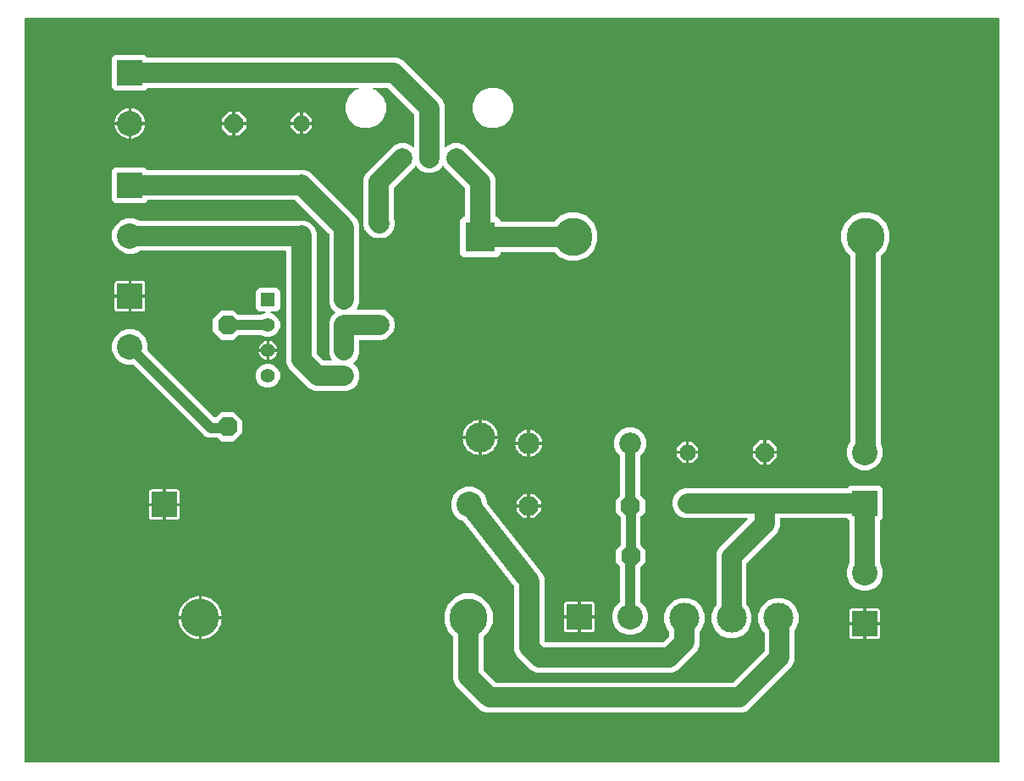
<source format=gbr>
G04 EAGLE Gerber RS-274X export*
G75*
%MOMM*%
%FSLAX34Y34*%
%LPD*%
%INTop Copper*%
%IPPOS*%
%AMOC8*
5,1,8,0,0,1.08239X$1,22.5*%
G01*
%ADD10P,1.732040X8X112.500000*%
%ADD11P,1.732040X8X292.500000*%
%ADD12C,1.905000*%
%ADD13P,2.061953X8X292.500000*%
%ADD14P,2.061953X8X112.500000*%
%ADD15R,3.000000X3.000000*%
%ADD16C,3.000000*%
%ADD17C,2.184400*%
%ADD18R,2.540000X2.540000*%
%ADD19C,2.540000*%
%ADD20C,3.810000*%
%ADD21P,2.089446X8X112.500000*%
%ADD22P,2.089446X8X202.500000*%
%ADD23P,2.089446X8X22.500000*%
%ADD24R,1.388000X1.388000*%
%ADD25C,1.388000*%
%ADD26C,2.000000*%
%ADD27C,1.000000*%
%ADD28C,2.000000*%

G36*
X1209098Y45164D02*
X1209098Y45164D01*
X1209117Y45162D01*
X1209219Y45184D01*
X1209321Y45200D01*
X1209338Y45210D01*
X1209358Y45214D01*
X1209447Y45267D01*
X1209538Y45316D01*
X1209552Y45330D01*
X1209569Y45340D01*
X1209636Y45419D01*
X1209708Y45494D01*
X1209716Y45512D01*
X1209729Y45527D01*
X1209768Y45623D01*
X1209811Y45717D01*
X1209813Y45737D01*
X1209821Y45755D01*
X1209839Y45922D01*
X1209839Y789078D01*
X1209836Y789098D01*
X1209838Y789117D01*
X1209816Y789219D01*
X1209800Y789321D01*
X1209790Y789338D01*
X1209786Y789358D01*
X1209733Y789447D01*
X1209684Y789538D01*
X1209670Y789552D01*
X1209660Y789569D01*
X1209581Y789636D01*
X1209506Y789708D01*
X1209488Y789716D01*
X1209473Y789729D01*
X1209377Y789768D01*
X1209283Y789811D01*
X1209263Y789813D01*
X1209245Y789821D01*
X1209078Y789839D01*
X235922Y789839D01*
X235902Y789836D01*
X235883Y789838D01*
X235781Y789816D01*
X235679Y789800D01*
X235662Y789790D01*
X235642Y789786D01*
X235553Y789733D01*
X235462Y789684D01*
X235448Y789670D01*
X235431Y789660D01*
X235364Y789581D01*
X235292Y789506D01*
X235284Y789488D01*
X235271Y789473D01*
X235232Y789377D01*
X235189Y789283D01*
X235187Y789263D01*
X235179Y789245D01*
X235161Y789078D01*
X235161Y45922D01*
X235164Y45902D01*
X235162Y45883D01*
X235184Y45781D01*
X235200Y45679D01*
X235210Y45662D01*
X235214Y45642D01*
X235267Y45553D01*
X235316Y45462D01*
X235330Y45448D01*
X235340Y45431D01*
X235419Y45364D01*
X235494Y45292D01*
X235512Y45284D01*
X235527Y45271D01*
X235623Y45232D01*
X235717Y45189D01*
X235737Y45187D01*
X235755Y45179D01*
X235922Y45161D01*
X1209078Y45161D01*
X1209098Y45164D01*
G37*
%LPC*%
G36*
X525100Y416819D02*
X525100Y416819D01*
X519557Y419115D01*
X499215Y439457D01*
X496919Y445000D01*
X496919Y556258D01*
X496916Y556278D01*
X496918Y556297D01*
X496896Y556399D01*
X496880Y556501D01*
X496870Y556518D01*
X496866Y556538D01*
X496813Y556627D01*
X496764Y556718D01*
X496750Y556732D01*
X496740Y556749D01*
X496661Y556816D01*
X496586Y556888D01*
X496568Y556896D01*
X496553Y556909D01*
X496457Y556948D01*
X496363Y556991D01*
X496343Y556993D01*
X496325Y557001D01*
X496158Y557019D01*
X350907Y557019D01*
X350842Y557009D01*
X350776Y557008D01*
X350696Y556985D01*
X350664Y556980D01*
X350647Y556970D01*
X350615Y556961D01*
X344237Y554319D01*
X337163Y554319D01*
X330628Y557026D01*
X325626Y562028D01*
X322919Y568563D01*
X322919Y575637D01*
X325626Y582172D01*
X330628Y587174D01*
X337163Y589881D01*
X344237Y589881D01*
X350615Y587239D01*
X350679Y587224D01*
X350740Y587199D01*
X350823Y587190D01*
X350855Y587183D01*
X350874Y587184D01*
X350907Y587181D01*
X508366Y587181D01*
X508431Y587191D01*
X508496Y587192D01*
X508576Y587215D01*
X508609Y587220D01*
X508626Y587230D01*
X508657Y587239D01*
X509000Y587381D01*
X515000Y587381D01*
X520543Y585085D01*
X524785Y580843D01*
X527081Y575300D01*
X527081Y454562D01*
X527095Y454472D01*
X527103Y454381D01*
X527115Y454351D01*
X527120Y454319D01*
X527163Y454239D01*
X527199Y454155D01*
X527225Y454123D01*
X527236Y454102D01*
X527259Y454080D01*
X527304Y454024D01*
X534124Y447204D01*
X534198Y447151D01*
X534267Y447091D01*
X534297Y447079D01*
X534323Y447060D01*
X534410Y447033D01*
X534495Y446999D01*
X534536Y446995D01*
X534559Y446988D01*
X534591Y446989D01*
X534662Y446981D01*
X542054Y446981D01*
X542125Y446992D01*
X542197Y446994D01*
X542245Y447012D01*
X542297Y447020D01*
X542360Y447054D01*
X542428Y447079D01*
X542468Y447111D01*
X542514Y447136D01*
X542564Y447188D01*
X542620Y447232D01*
X542648Y447276D01*
X542684Y447314D01*
X542714Y447379D01*
X542753Y447439D01*
X542765Y447490D01*
X542787Y447537D01*
X542795Y447608D01*
X542813Y447678D01*
X542809Y447730D01*
X542814Y447781D01*
X542799Y447852D01*
X542793Y447923D01*
X542773Y447971D01*
X542762Y448022D01*
X542725Y448083D01*
X542697Y448149D01*
X542652Y448205D01*
X542636Y448233D01*
X542618Y448248D01*
X542592Y448280D01*
X542115Y448757D01*
X539819Y454300D01*
X539819Y485700D01*
X542115Y491243D01*
X545734Y494862D01*
X545746Y494878D01*
X545762Y494890D01*
X545818Y494978D01*
X545878Y495061D01*
X545884Y495080D01*
X545895Y495097D01*
X545920Y495198D01*
X545950Y495297D01*
X545950Y495316D01*
X545955Y495336D01*
X545947Y495439D01*
X545944Y495542D01*
X545937Y495561D01*
X545935Y495581D01*
X545895Y495676D01*
X545859Y495773D01*
X545847Y495789D01*
X545839Y495807D01*
X545734Y495938D01*
X542115Y499557D01*
X539819Y505100D01*
X539819Y573638D01*
X539805Y573728D01*
X539797Y573819D01*
X539785Y573849D01*
X539780Y573881D01*
X539737Y573961D01*
X539701Y574045D01*
X539675Y574077D01*
X539664Y574098D01*
X539641Y574120D01*
X539596Y574176D01*
X506176Y607596D01*
X506102Y607649D01*
X506033Y607709D01*
X506003Y607721D01*
X505977Y607740D01*
X505890Y607767D01*
X505805Y607801D01*
X505764Y607805D01*
X505741Y607812D01*
X505709Y607811D01*
X505638Y607819D01*
X358520Y607819D01*
X358430Y607805D01*
X358339Y607797D01*
X358309Y607785D01*
X358277Y607780D01*
X358196Y607737D01*
X358113Y607701D01*
X358080Y607675D01*
X358060Y607664D01*
X358038Y607641D01*
X357982Y607596D01*
X355505Y605119D01*
X325895Y605119D01*
X322919Y608095D01*
X322919Y637705D01*
X325895Y640681D01*
X355505Y640681D01*
X357982Y638204D01*
X358055Y638151D01*
X358125Y638091D01*
X358155Y638079D01*
X358181Y638060D01*
X358268Y638033D01*
X358353Y637999D01*
X358394Y637995D01*
X358416Y637988D01*
X358449Y637989D01*
X358520Y637981D01*
X508366Y637981D01*
X508431Y637991D01*
X508496Y637992D01*
X508576Y638015D01*
X508609Y638020D01*
X508626Y638030D01*
X508657Y638039D01*
X509000Y638181D01*
X515000Y638181D01*
X520543Y635885D01*
X567685Y588743D01*
X569981Y583200D01*
X569981Y505100D01*
X567685Y499557D01*
X567208Y499080D01*
X567166Y499022D01*
X567116Y498970D01*
X567094Y498923D01*
X567064Y498881D01*
X567043Y498812D01*
X567013Y498747D01*
X567007Y498695D01*
X566992Y498645D01*
X566994Y498574D01*
X566986Y498503D01*
X566997Y498452D01*
X566998Y498400D01*
X567023Y498332D01*
X567038Y498262D01*
X567065Y498217D01*
X567083Y498169D01*
X567127Y498113D01*
X567164Y498051D01*
X567204Y498017D01*
X567236Y497977D01*
X567297Y497938D01*
X567351Y497891D01*
X567399Y497872D01*
X567443Y497844D01*
X567513Y497826D01*
X567579Y497799D01*
X567651Y497791D01*
X567682Y497783D01*
X567705Y497785D01*
X567746Y497781D01*
X583430Y497781D01*
X583520Y497795D01*
X583611Y497803D01*
X583641Y497815D01*
X583673Y497820D01*
X583754Y497863D01*
X583838Y497899D01*
X583870Y497925D01*
X583885Y497933D01*
X586009Y497933D01*
X586073Y497943D01*
X586139Y497944D01*
X586219Y497967D01*
X586251Y497972D01*
X586269Y497982D01*
X586300Y497991D01*
X587000Y498281D01*
X593000Y498281D01*
X593700Y497991D01*
X593764Y497976D01*
X593825Y497951D01*
X593907Y497942D01*
X593939Y497935D01*
X593959Y497936D01*
X593991Y497933D01*
X596102Y497933D01*
X597595Y496440D01*
X597649Y496402D01*
X597695Y496356D01*
X597768Y496316D01*
X597795Y496296D01*
X597814Y496291D01*
X597842Y496275D01*
X598543Y495985D01*
X602785Y491743D01*
X603075Y491042D01*
X603109Y490987D01*
X603135Y490926D01*
X603187Y490861D01*
X603204Y490833D01*
X603220Y490821D01*
X603240Y490795D01*
X604733Y489302D01*
X604733Y487191D01*
X604743Y487127D01*
X604744Y487061D01*
X604767Y486981D01*
X604772Y486949D01*
X604782Y486931D01*
X604791Y486900D01*
X605081Y486200D01*
X605081Y480200D01*
X604791Y479500D01*
X604776Y479436D01*
X604751Y479375D01*
X604742Y479293D01*
X604735Y479261D01*
X604736Y479241D01*
X604733Y479209D01*
X604733Y477098D01*
X603240Y475605D01*
X603202Y475551D01*
X603156Y475505D01*
X603116Y475432D01*
X603096Y475405D01*
X603091Y475386D01*
X603075Y475358D01*
X602785Y474657D01*
X598043Y469915D01*
X597342Y469625D01*
X597287Y469591D01*
X597226Y469565D01*
X597161Y469513D01*
X597133Y469496D01*
X597121Y469480D01*
X597095Y469460D01*
X596102Y468467D01*
X594698Y468467D01*
X594634Y468457D01*
X594568Y468456D01*
X594488Y468433D01*
X594456Y468428D01*
X594439Y468418D01*
X594407Y468409D01*
X592500Y467619D01*
X570742Y467619D01*
X570722Y467616D01*
X570703Y467618D01*
X570601Y467596D01*
X570499Y467580D01*
X570482Y467570D01*
X570462Y467566D01*
X570373Y467513D01*
X570282Y467464D01*
X570268Y467450D01*
X570251Y467440D01*
X570184Y467361D01*
X570112Y467286D01*
X570104Y467268D01*
X570091Y467253D01*
X570052Y467157D01*
X570009Y467063D01*
X570007Y467043D01*
X569999Y467025D01*
X569981Y466858D01*
X569981Y454300D01*
X567685Y448757D01*
X564066Y445138D01*
X564054Y445122D01*
X564038Y445110D01*
X563982Y445022D01*
X563922Y444939D01*
X563916Y444920D01*
X563905Y444903D01*
X563880Y444802D01*
X563850Y444703D01*
X563850Y444684D01*
X563845Y444664D01*
X563853Y444561D01*
X563856Y444458D01*
X563863Y444439D01*
X563865Y444419D01*
X563905Y444324D01*
X563941Y444227D01*
X563953Y444211D01*
X563961Y444193D01*
X564066Y444062D01*
X567685Y440443D01*
X569981Y434900D01*
X569981Y428900D01*
X567685Y423357D01*
X563443Y419115D01*
X557900Y416819D01*
X525100Y416819D01*
G37*
%LPD*%
%LPC*%
G36*
X778950Y547169D02*
X778950Y547169D01*
X770081Y550843D01*
X765228Y555696D01*
X765154Y555749D01*
X765084Y555809D01*
X765054Y555821D01*
X765028Y555840D01*
X764941Y555867D01*
X764856Y555901D01*
X764815Y555905D01*
X764793Y555912D01*
X764761Y555911D01*
X764689Y555919D01*
X711742Y555919D01*
X711722Y555916D01*
X711703Y555918D01*
X711601Y555896D01*
X711499Y555880D01*
X711482Y555870D01*
X711462Y555866D01*
X711373Y555813D01*
X711282Y555764D01*
X711268Y555750D01*
X711251Y555740D01*
X711184Y555661D01*
X711112Y555586D01*
X711104Y555568D01*
X711091Y555553D01*
X711052Y555457D01*
X711009Y555363D01*
X711007Y555343D01*
X710999Y555325D01*
X710981Y555158D01*
X710981Y553895D01*
X708005Y550919D01*
X673795Y550919D01*
X670819Y553895D01*
X670819Y588105D01*
X673795Y591081D01*
X674958Y591081D01*
X674978Y591084D01*
X674997Y591082D01*
X675099Y591104D01*
X675201Y591120D01*
X675218Y591130D01*
X675238Y591134D01*
X675327Y591187D01*
X675418Y591236D01*
X675432Y591250D01*
X675449Y591260D01*
X675516Y591339D01*
X675588Y591414D01*
X675596Y591432D01*
X675609Y591447D01*
X675648Y591543D01*
X675691Y591637D01*
X675693Y591657D01*
X675701Y591675D01*
X675719Y591842D01*
X675719Y619638D01*
X675705Y619728D01*
X675697Y619819D01*
X675685Y619849D01*
X675680Y619881D01*
X675637Y619961D01*
X675601Y620045D01*
X675575Y620077D01*
X675564Y620098D01*
X675541Y620120D01*
X675496Y620176D01*
X654215Y641457D01*
X654203Y641486D01*
X654165Y641547D01*
X654136Y641613D01*
X654101Y641651D01*
X654074Y641695D01*
X654018Y641741D01*
X653970Y641794D01*
X653924Y641819D01*
X653884Y641852D01*
X653817Y641878D01*
X653754Y641912D01*
X653703Y641922D01*
X653655Y641940D01*
X653583Y641943D01*
X653512Y641956D01*
X653461Y641948D01*
X653409Y641951D01*
X653340Y641931D01*
X653269Y641920D01*
X653223Y641897D01*
X653173Y641882D01*
X653114Y641841D01*
X653050Y641809D01*
X653013Y641771D01*
X652971Y641742D01*
X652928Y641684D01*
X652877Y641633D01*
X652843Y641570D01*
X652824Y641544D01*
X652817Y641522D01*
X652797Y641486D01*
X652785Y641457D01*
X648543Y637215D01*
X643000Y634919D01*
X637000Y634919D01*
X631457Y637215D01*
X627215Y641457D01*
X627203Y641486D01*
X627165Y641547D01*
X627136Y641613D01*
X627101Y641651D01*
X627074Y641695D01*
X627018Y641741D01*
X626970Y641794D01*
X626924Y641819D01*
X626884Y641852D01*
X626817Y641878D01*
X626754Y641912D01*
X626703Y641922D01*
X626655Y641940D01*
X626583Y641943D01*
X626512Y641956D01*
X626461Y641948D01*
X626409Y641951D01*
X626340Y641931D01*
X626269Y641920D01*
X626223Y641897D01*
X626173Y641882D01*
X626114Y641841D01*
X626050Y641809D01*
X626013Y641771D01*
X625971Y641742D01*
X625928Y641684D01*
X625877Y641633D01*
X625843Y641570D01*
X625824Y641544D01*
X625817Y641522D01*
X625797Y641486D01*
X625785Y641457D01*
X621436Y637108D01*
X621435Y637108D01*
X604504Y620176D01*
X604451Y620102D01*
X604391Y620033D01*
X604379Y620003D01*
X604360Y619977D01*
X604333Y619890D01*
X604299Y619805D01*
X604295Y619764D01*
X604288Y619741D01*
X604289Y619709D01*
X604281Y619638D01*
X604281Y591670D01*
X604295Y591580D01*
X604303Y591489D01*
X604315Y591459D01*
X604320Y591427D01*
X604363Y591346D01*
X604399Y591262D01*
X604425Y591230D01*
X604436Y591210D01*
X604459Y591187D01*
X604504Y591132D01*
X604733Y590902D01*
X604733Y588791D01*
X604743Y588727D01*
X604744Y588661D01*
X604767Y588581D01*
X604772Y588549D01*
X604782Y588531D01*
X604791Y588500D01*
X605081Y587800D01*
X605081Y581800D01*
X604791Y581100D01*
X604776Y581036D01*
X604751Y580975D01*
X604742Y580893D01*
X604735Y580861D01*
X604736Y580841D01*
X604733Y580809D01*
X604733Y578698D01*
X603240Y577205D01*
X603202Y577151D01*
X603156Y577105D01*
X603116Y577032D01*
X603096Y577005D01*
X603091Y576986D01*
X603075Y576958D01*
X602785Y576257D01*
X598543Y572015D01*
X597842Y571725D01*
X597787Y571691D01*
X597726Y571665D01*
X597661Y571613D01*
X597633Y571596D01*
X597621Y571580D01*
X597595Y571560D01*
X596102Y570067D01*
X593991Y570067D01*
X593927Y570057D01*
X593861Y570056D01*
X593781Y570033D01*
X593749Y570028D01*
X593731Y570018D01*
X593700Y570009D01*
X593000Y569719D01*
X587000Y569719D01*
X586300Y570009D01*
X586236Y570024D01*
X586175Y570049D01*
X586093Y570058D01*
X586061Y570065D01*
X586041Y570064D01*
X586009Y570067D01*
X583898Y570067D01*
X582405Y571560D01*
X582351Y571598D01*
X582305Y571644D01*
X582232Y571684D01*
X582205Y571704D01*
X582186Y571709D01*
X582158Y571725D01*
X581457Y572015D01*
X576415Y577057D01*
X576125Y577758D01*
X576091Y577813D01*
X576065Y577874D01*
X576013Y577939D01*
X575996Y577967D01*
X575980Y577979D01*
X575960Y578005D01*
X575267Y578698D01*
X575267Y579677D01*
X575257Y579742D01*
X575256Y579808D01*
X575233Y579888D01*
X575228Y579920D01*
X575218Y579937D01*
X575209Y579969D01*
X574119Y582600D01*
X574119Y629200D01*
X576415Y634743D01*
X600108Y658435D01*
X600108Y658436D01*
X604457Y662785D01*
X610000Y665081D01*
X616000Y665081D01*
X621543Y662785D01*
X623620Y660708D01*
X623678Y660666D01*
X623730Y660616D01*
X623777Y660594D01*
X623819Y660564D01*
X623888Y660543D01*
X623953Y660513D01*
X624005Y660507D01*
X624055Y660492D01*
X624126Y660494D01*
X624197Y660486D01*
X624248Y660497D01*
X624300Y660498D01*
X624368Y660523D01*
X624438Y660538D01*
X624483Y660565D01*
X624531Y660583D01*
X624587Y660627D01*
X624649Y660664D01*
X624683Y660704D01*
X624723Y660736D01*
X624762Y660797D01*
X624809Y660851D01*
X624828Y660899D01*
X624856Y660943D01*
X624874Y661013D01*
X624901Y661079D01*
X624909Y661151D01*
X624917Y661182D01*
X624915Y661205D01*
X624919Y661246D01*
X624919Y693438D01*
X624905Y693528D01*
X624897Y693619D01*
X624885Y693649D01*
X624880Y693681D01*
X624837Y693761D01*
X624801Y693845D01*
X624775Y693877D01*
X624764Y693898D01*
X624741Y693920D01*
X624696Y693976D01*
X598576Y720096D01*
X598502Y720149D01*
X598433Y720209D01*
X598403Y720221D01*
X598377Y720240D01*
X598290Y720267D01*
X598205Y720301D01*
X598164Y720305D01*
X598141Y720312D01*
X598109Y720311D01*
X598038Y720319D01*
X583955Y720319D01*
X583858Y720304D01*
X583761Y720294D01*
X583738Y720284D01*
X583712Y720280D01*
X583626Y720234D01*
X583537Y720194D01*
X583517Y720177D01*
X583494Y720164D01*
X583427Y720094D01*
X583356Y720028D01*
X583343Y720005D01*
X583325Y719986D01*
X583284Y719898D01*
X583237Y719812D01*
X583232Y719787D01*
X583221Y719763D01*
X583211Y719666D01*
X583193Y719570D01*
X583197Y719544D01*
X583194Y719519D01*
X583215Y719423D01*
X583229Y719327D01*
X583241Y719304D01*
X583247Y719278D01*
X583296Y719195D01*
X583341Y719108D01*
X583359Y719089D01*
X583373Y719067D01*
X583447Y719004D01*
X583516Y718936D01*
X583545Y718920D01*
X583560Y718907D01*
X583590Y718895D01*
X583663Y718855D01*
X587920Y717091D01*
X593591Y711420D01*
X596661Y704010D01*
X596661Y695990D01*
X593591Y688580D01*
X587920Y682909D01*
X580510Y679839D01*
X572490Y679839D01*
X565080Y682909D01*
X559409Y688580D01*
X556339Y695990D01*
X556339Y704010D01*
X559409Y711420D01*
X565080Y717091D01*
X569337Y718855D01*
X569420Y718906D01*
X569506Y718952D01*
X569524Y718971D01*
X569546Y718984D01*
X569608Y719059D01*
X569675Y719130D01*
X569686Y719154D01*
X569703Y719174D01*
X569738Y719265D01*
X569779Y719353D01*
X569781Y719379D01*
X569791Y719403D01*
X569795Y719501D01*
X569806Y719597D01*
X569800Y719623D01*
X569801Y719649D01*
X569774Y719743D01*
X569753Y719838D01*
X569740Y719860D01*
X569733Y719885D01*
X569677Y719965D01*
X569627Y720049D01*
X569607Y720066D01*
X569592Y720087D01*
X569514Y720146D01*
X569440Y720209D01*
X569416Y720219D01*
X569395Y720234D01*
X569303Y720264D01*
X569212Y720301D01*
X569180Y720304D01*
X569161Y720310D01*
X569128Y720310D01*
X569045Y720319D01*
X358520Y720319D01*
X358430Y720305D01*
X358339Y720297D01*
X358309Y720285D01*
X358277Y720280D01*
X358196Y720237D01*
X358113Y720201D01*
X358080Y720175D01*
X358060Y720164D01*
X358038Y720141D01*
X357982Y720096D01*
X355505Y717619D01*
X325895Y717619D01*
X322919Y720595D01*
X322919Y750205D01*
X325895Y753181D01*
X355505Y753181D01*
X357982Y750704D01*
X358055Y750651D01*
X358125Y750591D01*
X358155Y750579D01*
X358181Y750560D01*
X358268Y750533D01*
X358353Y750499D01*
X358394Y750495D01*
X358416Y750488D01*
X358449Y750489D01*
X358520Y750481D01*
X607600Y750481D01*
X613143Y748185D01*
X652785Y708543D01*
X655081Y703000D01*
X655081Y661246D01*
X655092Y661175D01*
X655094Y661103D01*
X655112Y661055D01*
X655120Y661003D01*
X655154Y660940D01*
X655179Y660872D01*
X655211Y660832D01*
X655236Y660786D01*
X655288Y660736D01*
X655332Y660680D01*
X655376Y660652D01*
X655414Y660616D01*
X655479Y660586D01*
X655539Y660547D01*
X655590Y660535D01*
X655637Y660513D01*
X655708Y660505D01*
X655778Y660487D01*
X655830Y660491D01*
X655881Y660486D01*
X655952Y660501D01*
X656023Y660507D01*
X656071Y660527D01*
X656122Y660538D01*
X656183Y660575D01*
X656249Y660603D01*
X656305Y660648D01*
X656333Y660664D01*
X656348Y660682D01*
X656380Y660708D01*
X658457Y662785D01*
X664000Y665081D01*
X670000Y665081D01*
X675543Y662785D01*
X703585Y634743D01*
X705881Y629200D01*
X705881Y591842D01*
X705884Y591822D01*
X705882Y591803D01*
X705904Y591701D01*
X705920Y591599D01*
X705930Y591582D01*
X705934Y591562D01*
X705987Y591473D01*
X706036Y591382D01*
X706050Y591368D01*
X706060Y591351D01*
X706139Y591284D01*
X706214Y591212D01*
X706232Y591204D01*
X706247Y591191D01*
X706343Y591152D01*
X706437Y591109D01*
X706457Y591107D01*
X706475Y591099D01*
X706642Y591081D01*
X708005Y591081D01*
X710981Y588105D01*
X710981Y586842D01*
X710984Y586822D01*
X710982Y586803D01*
X711004Y586701D01*
X711020Y586599D01*
X711030Y586582D01*
X711034Y586562D01*
X711087Y586473D01*
X711136Y586382D01*
X711150Y586368D01*
X711160Y586351D01*
X711239Y586284D01*
X711314Y586212D01*
X711332Y586204D01*
X711347Y586191D01*
X711443Y586152D01*
X711537Y586109D01*
X711557Y586107D01*
X711575Y586099D01*
X711742Y586081D01*
X764089Y586081D01*
X764179Y586095D01*
X764270Y586103D01*
X764300Y586115D01*
X764332Y586120D01*
X764413Y586163D01*
X764497Y586199D01*
X764529Y586225D01*
X764550Y586236D01*
X764572Y586259D01*
X764628Y586304D01*
X770081Y591757D01*
X778950Y595431D01*
X788550Y595431D01*
X797419Y591757D01*
X804207Y584969D01*
X807881Y576100D01*
X807881Y566500D01*
X804207Y557631D01*
X797419Y550843D01*
X788550Y547169D01*
X778950Y547169D01*
G37*
%LPD*%
%LPC*%
G36*
X697000Y94919D02*
X697000Y94919D01*
X691457Y97215D01*
X666339Y122333D01*
X664043Y127876D01*
X664043Y170639D01*
X664029Y170730D01*
X664021Y170820D01*
X664009Y170850D01*
X664004Y170882D01*
X663961Y170963D01*
X663925Y171047D01*
X663899Y171079D01*
X663888Y171100D01*
X663865Y171122D01*
X663820Y171178D01*
X658667Y176331D01*
X654993Y185200D01*
X654993Y194800D01*
X658667Y203669D01*
X665455Y210457D01*
X674324Y214131D01*
X683924Y214131D01*
X692793Y210457D01*
X699581Y203669D01*
X703255Y194800D01*
X703255Y185200D01*
X699581Y176331D01*
X694428Y171178D01*
X694375Y171104D01*
X694315Y171034D01*
X694303Y171004D01*
X694284Y170978D01*
X694257Y170891D01*
X694223Y170806D01*
X694219Y170765D01*
X694212Y170743D01*
X694213Y170711D01*
X694205Y170639D01*
X694205Y137438D01*
X694219Y137348D01*
X694227Y137257D01*
X694239Y137227D01*
X694244Y137195D01*
X694287Y137115D01*
X694323Y137031D01*
X694349Y136999D01*
X694360Y136978D01*
X694383Y136956D01*
X694428Y136900D01*
X706024Y125304D01*
X706098Y125251D01*
X706167Y125191D01*
X706197Y125179D01*
X706223Y125160D01*
X706310Y125133D01*
X706395Y125099D01*
X706436Y125095D01*
X706459Y125088D01*
X706491Y125089D01*
X706562Y125081D01*
X943438Y125081D01*
X943528Y125095D01*
X943619Y125103D01*
X943649Y125115D01*
X943681Y125120D01*
X943761Y125163D01*
X943845Y125199D01*
X943877Y125225D01*
X943898Y125236D01*
X943908Y125246D01*
X943909Y125247D01*
X943923Y125261D01*
X943976Y125304D01*
X974696Y156024D01*
X974749Y156098D01*
X974809Y156167D01*
X974821Y156197D01*
X974840Y156223D01*
X974867Y156310D01*
X974901Y156395D01*
X974905Y156436D01*
X974912Y156459D01*
X974911Y156491D01*
X974919Y156562D01*
X974919Y174967D01*
X974905Y175057D01*
X974897Y175148D01*
X974885Y175178D01*
X974880Y175210D01*
X974837Y175290D01*
X974801Y175374D01*
X974775Y175406D01*
X974764Y175427D01*
X974741Y175449D01*
X974696Y175505D01*
X971976Y178225D01*
X968919Y185606D01*
X968919Y193594D01*
X971976Y200975D01*
X977625Y206624D01*
X985006Y209681D01*
X992994Y209681D01*
X1000375Y206624D01*
X1006024Y200975D01*
X1009081Y193594D01*
X1009081Y185606D01*
X1006024Y178225D01*
X1005304Y177505D01*
X1005251Y177431D01*
X1005191Y177362D01*
X1005179Y177332D01*
X1005160Y177306D01*
X1005133Y177219D01*
X1005099Y177134D01*
X1005095Y177093D01*
X1005088Y177070D01*
X1005089Y177038D01*
X1005081Y176967D01*
X1005081Y147000D01*
X1002785Y141457D01*
X958543Y97215D01*
X953000Y94919D01*
X697000Y94919D01*
G37*
%LPD*%
%LPC*%
G36*
X938006Y169519D02*
X938006Y169519D01*
X930625Y172576D01*
X924976Y178225D01*
X921919Y185606D01*
X921919Y193594D01*
X924976Y200975D01*
X926696Y202695D01*
X926749Y202769D01*
X926809Y202838D01*
X926821Y202868D01*
X926840Y202894D01*
X926867Y202981D01*
X926901Y203066D01*
X926905Y203107D01*
X926912Y203130D01*
X926911Y203162D01*
X926919Y203233D01*
X926919Y253900D01*
X928009Y256531D01*
X928018Y256568D01*
X928025Y256583D01*
X928027Y256602D01*
X928049Y256656D01*
X928058Y256739D01*
X928065Y256771D01*
X928064Y256790D01*
X928067Y256823D01*
X928067Y257802D01*
X928760Y258495D01*
X928798Y258548D01*
X928844Y258595D01*
X928884Y258668D01*
X928904Y258695D01*
X928909Y258714D01*
X928925Y258742D01*
X929215Y259443D01*
X929908Y260135D01*
X957992Y288220D01*
X958034Y288278D01*
X958084Y288330D01*
X958106Y288377D01*
X958136Y288419D01*
X958157Y288488D01*
X958187Y288553D01*
X958193Y288605D01*
X958208Y288655D01*
X958206Y288726D01*
X958214Y288797D01*
X958203Y288848D01*
X958202Y288900D01*
X958177Y288968D01*
X958162Y289038D01*
X958135Y289083D01*
X958117Y289131D01*
X958073Y289187D01*
X958036Y289249D01*
X957996Y289283D01*
X957964Y289323D01*
X957903Y289362D01*
X957849Y289409D01*
X957801Y289428D01*
X957757Y289456D01*
X957687Y289474D01*
X957621Y289501D01*
X957549Y289509D01*
X957518Y289517D01*
X957495Y289515D01*
X957454Y289519D01*
X895000Y289519D01*
X889457Y291815D01*
X885215Y296057D01*
X882919Y301600D01*
X882919Y307600D01*
X885215Y313143D01*
X889457Y317385D01*
X895000Y319681D01*
X1057180Y319681D01*
X1057270Y319695D01*
X1057361Y319703D01*
X1057391Y319715D01*
X1057423Y319720D01*
X1057504Y319763D01*
X1057588Y319799D01*
X1057620Y319825D01*
X1057640Y319836D01*
X1057662Y319859D01*
X1057718Y319904D01*
X1060195Y322381D01*
X1089805Y322381D01*
X1092781Y319405D01*
X1092781Y289795D01*
X1090304Y287318D01*
X1090251Y287244D01*
X1090191Y287175D01*
X1090179Y287145D01*
X1090160Y287119D01*
X1090133Y287032D01*
X1090099Y286947D01*
X1090095Y286906D01*
X1090088Y286884D01*
X1090089Y286851D01*
X1090081Y286780D01*
X1090081Y245107D01*
X1090091Y245042D01*
X1090092Y244976D01*
X1090115Y244896D01*
X1090120Y244864D01*
X1090130Y244847D01*
X1090139Y244815D01*
X1092781Y238437D01*
X1092781Y231363D01*
X1090074Y224828D01*
X1085072Y219826D01*
X1078537Y217119D01*
X1071463Y217119D01*
X1064928Y219826D01*
X1059926Y224828D01*
X1057219Y231363D01*
X1057219Y238437D01*
X1059861Y244815D01*
X1059876Y244879D01*
X1059901Y244940D01*
X1059910Y245023D01*
X1059917Y245055D01*
X1059916Y245074D01*
X1059919Y245107D01*
X1059919Y286780D01*
X1059905Y286870D01*
X1059897Y286961D01*
X1059885Y286991D01*
X1059880Y287023D01*
X1059837Y287104D01*
X1059801Y287188D01*
X1059775Y287220D01*
X1059764Y287240D01*
X1059741Y287263D01*
X1059696Y287318D01*
X1057718Y289296D01*
X1057645Y289349D01*
X1057575Y289409D01*
X1057545Y289421D01*
X1057519Y289440D01*
X1057432Y289467D01*
X1057347Y289501D01*
X1057306Y289505D01*
X1057284Y289512D01*
X1057251Y289511D01*
X1057180Y289519D01*
X991142Y289519D01*
X991122Y289516D01*
X991103Y289518D01*
X991001Y289496D01*
X990899Y289480D01*
X990882Y289470D01*
X990862Y289466D01*
X990773Y289413D01*
X990682Y289364D01*
X990668Y289350D01*
X990651Y289340D01*
X990584Y289261D01*
X990512Y289186D01*
X990504Y289168D01*
X990491Y289153D01*
X990452Y289057D01*
X990409Y288963D01*
X990407Y288943D01*
X990399Y288925D01*
X990381Y288758D01*
X990381Y281200D01*
X988085Y275657D01*
X957304Y244876D01*
X957251Y244802D01*
X957191Y244733D01*
X957179Y244703D01*
X957160Y244677D01*
X957133Y244590D01*
X957099Y244505D01*
X957095Y244464D01*
X957088Y244441D01*
X957089Y244409D01*
X957081Y244338D01*
X957081Y203233D01*
X957095Y203143D01*
X957103Y203052D01*
X957115Y203022D01*
X957120Y202990D01*
X957163Y202910D01*
X957199Y202826D01*
X957225Y202794D01*
X957236Y202773D01*
X957259Y202751D01*
X957304Y202695D01*
X959024Y200975D01*
X962081Y193594D01*
X962081Y185606D01*
X959024Y178225D01*
X953375Y172576D01*
X945994Y169519D01*
X938006Y169519D01*
G37*
%LPD*%
%LPC*%
G36*
X747000Y134919D02*
X747000Y134919D01*
X741457Y137215D01*
X727215Y151457D01*
X724919Y157000D01*
X724919Y220925D01*
X724912Y220971D01*
X724914Y221017D01*
X724892Y221091D01*
X724880Y221168D01*
X724858Y221209D01*
X724845Y221253D01*
X724773Y221369D01*
X724764Y221386D01*
X724761Y221389D01*
X724757Y221395D01*
X673899Y286193D01*
X673892Y286199D01*
X673887Y286207D01*
X673835Y286252D01*
X673818Y286267D01*
X673739Y286345D01*
X673725Y286352D01*
X673718Y286359D01*
X673693Y286370D01*
X673592Y286426D01*
X669728Y288026D01*
X664726Y293028D01*
X662019Y299563D01*
X662019Y306637D01*
X664726Y313172D01*
X669728Y318174D01*
X676263Y320881D01*
X683337Y320881D01*
X689872Y318174D01*
X694874Y313172D01*
X697581Y306637D01*
X697581Y305135D01*
X697588Y305089D01*
X697586Y305043D01*
X697608Y304969D01*
X697620Y304892D01*
X697642Y304851D01*
X697655Y304807D01*
X697727Y304691D01*
X697736Y304674D01*
X697739Y304671D01*
X697743Y304665D01*
X751276Y236459D01*
X751298Y236439D01*
X751336Y236391D01*
X752785Y234943D01*
X753101Y234180D01*
X753111Y234163D01*
X753117Y234143D01*
X753205Y234001D01*
X753715Y233351D01*
X754267Y231379D01*
X754280Y231351D01*
X754297Y231292D01*
X755081Y229400D01*
X755081Y228574D01*
X755084Y228554D01*
X755082Y228534D01*
X755109Y228369D01*
X755331Y227574D01*
X755086Y225540D01*
X755087Y225510D01*
X755081Y225449D01*
X755081Y166562D01*
X755095Y166472D01*
X755103Y166381D01*
X755115Y166351D01*
X755120Y166319D01*
X755163Y166239D01*
X755199Y166155D01*
X755225Y166123D01*
X755236Y166102D01*
X755259Y166080D01*
X755304Y166024D01*
X756024Y165304D01*
X756098Y165251D01*
X756167Y165191D01*
X756197Y165179D01*
X756223Y165160D01*
X756310Y165133D01*
X756395Y165099D01*
X756436Y165095D01*
X756459Y165088D01*
X756491Y165089D01*
X756562Y165081D01*
X873438Y165081D01*
X873528Y165095D01*
X873619Y165103D01*
X873649Y165115D01*
X873681Y165120D01*
X873761Y165163D01*
X873845Y165199D01*
X873877Y165225D01*
X873898Y165236D01*
X873920Y165259D01*
X873976Y165304D01*
X879696Y171024D01*
X879743Y171089D01*
X879754Y171100D01*
X879756Y171106D01*
X879809Y171167D01*
X879821Y171197D01*
X879840Y171223D01*
X879867Y171310D01*
X879901Y171395D01*
X879905Y171436D01*
X879912Y171459D01*
X879911Y171491D01*
X879919Y171562D01*
X879919Y175967D01*
X879905Y176057D01*
X879897Y176148D01*
X879885Y176178D01*
X879880Y176210D01*
X879837Y176290D01*
X879801Y176374D01*
X879775Y176406D01*
X879764Y176427D01*
X879741Y176449D01*
X879696Y176505D01*
X877976Y178225D01*
X874919Y185606D01*
X874919Y193594D01*
X877976Y200975D01*
X883625Y206624D01*
X891006Y209681D01*
X898994Y209681D01*
X906375Y206624D01*
X912024Y200975D01*
X915081Y193594D01*
X915081Y185606D01*
X912024Y178225D01*
X910304Y176505D01*
X910251Y176431D01*
X910191Y176362D01*
X910179Y176332D01*
X910160Y176306D01*
X910133Y176219D01*
X910099Y176134D01*
X910095Y176093D01*
X910088Y176070D01*
X910089Y176038D01*
X910081Y175967D01*
X910081Y162000D01*
X907785Y156457D01*
X888543Y137215D01*
X883000Y134919D01*
X747000Y134919D01*
G37*
%LPD*%
%LPC*%
G36*
X1071463Y337619D02*
X1071463Y337619D01*
X1064928Y340326D01*
X1059926Y345328D01*
X1057219Y351863D01*
X1057219Y358937D01*
X1059926Y365472D01*
X1060546Y366092D01*
X1060599Y366166D01*
X1060659Y366235D01*
X1060671Y366266D01*
X1060690Y366292D01*
X1060717Y366379D01*
X1060751Y366464D01*
X1060755Y366505D01*
X1060762Y366527D01*
X1060761Y366559D01*
X1060769Y366630D01*
X1060769Y551939D01*
X1060755Y552029D01*
X1060747Y552120D01*
X1060735Y552150D01*
X1060730Y552182D01*
X1060687Y552263D01*
X1060651Y552347D01*
X1060625Y552379D01*
X1060614Y552400D01*
X1060591Y552422D01*
X1060546Y552478D01*
X1055393Y557631D01*
X1051719Y566500D01*
X1051719Y576100D01*
X1055393Y584969D01*
X1062181Y591757D01*
X1071050Y595431D01*
X1080650Y595431D01*
X1089519Y591757D01*
X1096307Y584969D01*
X1099981Y576100D01*
X1099981Y566500D01*
X1096307Y557631D01*
X1091154Y552478D01*
X1091101Y552404D01*
X1091041Y552334D01*
X1091029Y552304D01*
X1091010Y552278D01*
X1090983Y552191D01*
X1090949Y552106D01*
X1090945Y552065D01*
X1090938Y552043D01*
X1090939Y552011D01*
X1090931Y551939D01*
X1090931Y363555D01*
X1090941Y363490D01*
X1090942Y363424D01*
X1090965Y363344D01*
X1090970Y363312D01*
X1090980Y363295D01*
X1090989Y363263D01*
X1092781Y358937D01*
X1092781Y351863D01*
X1090074Y345328D01*
X1085072Y340326D01*
X1078537Y337619D01*
X1071463Y337619D01*
G37*
%LPD*%
%LPC*%
G36*
X837163Y172919D02*
X837163Y172919D01*
X830628Y175626D01*
X825626Y180628D01*
X822919Y187163D01*
X822919Y194237D01*
X825626Y200772D01*
X830396Y205542D01*
X830449Y205616D01*
X830509Y205685D01*
X830521Y205716D01*
X830540Y205742D01*
X830567Y205829D01*
X830601Y205914D01*
X830605Y205955D01*
X830612Y205977D01*
X830611Y206009D01*
X830619Y206080D01*
X830619Y241130D01*
X830605Y241220D01*
X830597Y241311D01*
X830585Y241341D01*
X830580Y241373D01*
X830537Y241454D01*
X830501Y241538D01*
X830475Y241570D01*
X830464Y241590D01*
X830441Y241613D01*
X830396Y241668D01*
X826467Y245598D01*
X826467Y257802D01*
X830896Y262232D01*
X830949Y262305D01*
X831009Y262375D01*
X831021Y262405D01*
X831040Y262431D01*
X831067Y262518D01*
X831101Y262603D01*
X831105Y262644D01*
X831112Y262666D01*
X831111Y262699D01*
X831119Y262770D01*
X831119Y290230D01*
X831105Y290320D01*
X831097Y290411D01*
X831085Y290441D01*
X831080Y290473D01*
X831037Y290554D01*
X831001Y290638D01*
X830975Y290670D01*
X830964Y290690D01*
X830941Y290713D01*
X830896Y290768D01*
X826067Y295598D01*
X826067Y307802D01*
X830496Y312232D01*
X830549Y312305D01*
X830609Y312375D01*
X830621Y312405D01*
X830640Y312431D01*
X830667Y312518D01*
X830701Y312603D01*
X830705Y312644D01*
X830712Y312666D01*
X830711Y312699D01*
X830719Y312770D01*
X830719Y351634D01*
X830705Y351724D01*
X830697Y351815D01*
X830685Y351845D01*
X830680Y351877D01*
X830637Y351958D01*
X830601Y352041D01*
X830575Y352074D01*
X830564Y352094D01*
X830541Y352116D01*
X830496Y352172D01*
X827234Y355435D01*
X824797Y361317D01*
X824797Y367683D01*
X827234Y373565D01*
X831735Y378066D01*
X837617Y380503D01*
X843983Y380503D01*
X849865Y378066D01*
X854366Y373565D01*
X856803Y367683D01*
X856803Y361317D01*
X854366Y355435D01*
X851104Y352172D01*
X851051Y352098D01*
X850991Y352029D01*
X850979Y351999D01*
X850960Y351973D01*
X850933Y351886D01*
X850899Y351801D01*
X850895Y351760D01*
X850888Y351738D01*
X850889Y351705D01*
X850881Y351634D01*
X850881Y312770D01*
X850895Y312680D01*
X850903Y312589D01*
X850915Y312559D01*
X850920Y312527D01*
X850963Y312446D01*
X850999Y312362D01*
X851025Y312330D01*
X851036Y312310D01*
X851059Y312287D01*
X851104Y312232D01*
X855533Y307802D01*
X855533Y295598D01*
X851504Y291568D01*
X851460Y291507D01*
X851427Y291473D01*
X851421Y291460D01*
X851391Y291425D01*
X851379Y291395D01*
X851360Y291369D01*
X851333Y291282D01*
X851299Y291197D01*
X851295Y291156D01*
X851288Y291134D01*
X851289Y291101D01*
X851281Y291030D01*
X851281Y262770D01*
X851295Y262680D01*
X851303Y262589D01*
X851315Y262559D01*
X851320Y262527D01*
X851363Y262446D01*
X851399Y262362D01*
X851425Y262330D01*
X851436Y262310D01*
X851459Y262287D01*
X851504Y262232D01*
X855933Y257802D01*
X855933Y245598D01*
X851004Y240668D01*
X850951Y240595D01*
X850891Y240525D01*
X850879Y240495D01*
X850860Y240469D01*
X850833Y240382D01*
X850799Y240297D01*
X850795Y240256D01*
X850788Y240234D01*
X850789Y240201D01*
X850781Y240130D01*
X850781Y206080D01*
X850795Y205990D01*
X850803Y205899D01*
X850815Y205870D01*
X850820Y205838D01*
X850863Y205757D01*
X850899Y205673D01*
X850925Y205641D01*
X850936Y205620D01*
X850959Y205598D01*
X851004Y205542D01*
X855774Y200772D01*
X858481Y194237D01*
X858481Y187163D01*
X855774Y180628D01*
X850772Y175626D01*
X844237Y172919D01*
X837163Y172919D01*
G37*
%LPD*%
%LPC*%
G36*
X432198Y366467D02*
X432198Y366467D01*
X428969Y369696D01*
X428895Y369749D01*
X428825Y369809D01*
X428795Y369821D01*
X428769Y369840D01*
X428682Y369867D01*
X428597Y369901D01*
X428556Y369905D01*
X428534Y369912D01*
X428502Y369911D01*
X428430Y369919D01*
X419395Y369919D01*
X415690Y371454D01*
X344447Y442696D01*
X344373Y442749D01*
X344304Y442809D01*
X344274Y442821D01*
X344248Y442840D01*
X344161Y442867D01*
X344076Y442901D01*
X344035Y442905D01*
X344013Y442912D01*
X343980Y442911D01*
X343909Y442919D01*
X337163Y442919D01*
X330628Y445626D01*
X325626Y450628D01*
X322919Y457163D01*
X322919Y464237D01*
X325626Y470772D01*
X330628Y475774D01*
X337163Y478481D01*
X344237Y478481D01*
X350772Y475774D01*
X355774Y470772D01*
X358481Y464237D01*
X358481Y457491D01*
X358495Y457401D01*
X358503Y457310D01*
X358515Y457280D01*
X358520Y457248D01*
X358563Y457167D01*
X358599Y457084D01*
X358625Y457051D01*
X358636Y457031D01*
X358659Y457009D01*
X358704Y456953D01*
X425353Y390304D01*
X425427Y390251D01*
X425496Y390191D01*
X425526Y390179D01*
X425552Y390160D01*
X425639Y390133D01*
X425724Y390099D01*
X425765Y390095D01*
X425787Y390088D01*
X425820Y390089D01*
X425891Y390081D01*
X426030Y390081D01*
X426120Y390095D01*
X426211Y390103D01*
X426241Y390115D01*
X426273Y390120D01*
X426354Y390163D01*
X426438Y390199D01*
X426470Y390225D01*
X426490Y390236D01*
X426513Y390259D01*
X426569Y390304D01*
X432198Y395933D01*
X444402Y395933D01*
X453033Y387302D01*
X453033Y375098D01*
X444402Y366467D01*
X432198Y366467D01*
G37*
%LPD*%
%LPC*%
G36*
X432198Y468067D02*
X432198Y468067D01*
X423567Y476698D01*
X423567Y488902D01*
X432198Y497533D01*
X444402Y497533D01*
X448932Y493004D01*
X449005Y492951D01*
X449075Y492891D01*
X449105Y492879D01*
X449131Y492860D01*
X449218Y492833D01*
X449303Y492799D01*
X449344Y492795D01*
X449366Y492788D01*
X449399Y492789D01*
X449470Y492781D01*
X471474Y492781D01*
X471539Y492791D01*
X471604Y492792D01*
X471684Y492815D01*
X471717Y492820D01*
X471734Y492830D01*
X471765Y492839D01*
X476053Y494615D01*
X476136Y494666D01*
X476222Y494712D01*
X476240Y494731D01*
X476262Y494744D01*
X476324Y494819D01*
X476391Y494890D01*
X476402Y494914D01*
X476419Y494934D01*
X476454Y495025D01*
X476495Y495113D01*
X476498Y495139D01*
X476507Y495163D01*
X476511Y495261D01*
X476522Y495357D01*
X476516Y495383D01*
X476517Y495409D01*
X476490Y495503D01*
X476470Y495598D01*
X476456Y495620D01*
X476449Y495645D01*
X476393Y495725D01*
X476343Y495809D01*
X476324Y495826D01*
X476309Y495847D01*
X476231Y495906D01*
X476157Y495969D01*
X476132Y495979D01*
X476111Y495994D01*
X476019Y496024D01*
X475928Y496061D01*
X475896Y496064D01*
X475877Y496070D01*
X475844Y496070D01*
X475762Y496079D01*
X469655Y496079D01*
X466679Y499055D01*
X466679Y517145D01*
X469655Y520121D01*
X487745Y520121D01*
X490721Y517145D01*
X490721Y499055D01*
X487745Y496079D01*
X481638Y496079D01*
X481542Y496064D01*
X481445Y496054D01*
X481421Y496044D01*
X481396Y496040D01*
X481310Y495994D01*
X481221Y495954D01*
X481201Y495937D01*
X481178Y495924D01*
X481111Y495854D01*
X481039Y495788D01*
X481027Y495765D01*
X481009Y495746D01*
X480968Y495658D01*
X480921Y495572D01*
X480916Y495547D01*
X480905Y495523D01*
X480894Y495426D01*
X480877Y495330D01*
X480881Y495304D01*
X480878Y495279D01*
X480899Y495183D01*
X480913Y495087D01*
X480925Y495064D01*
X480930Y495038D01*
X480980Y494955D01*
X481024Y494868D01*
X481043Y494849D01*
X481057Y494827D01*
X481130Y494764D01*
X481200Y494696D01*
X481229Y494680D01*
X481243Y494667D01*
X481274Y494655D01*
X481347Y494615D01*
X485509Y492891D01*
X488891Y489509D01*
X490721Y485091D01*
X490721Y480309D01*
X488891Y475891D01*
X485509Y472509D01*
X481091Y470679D01*
X476309Y470679D01*
X471765Y472561D01*
X471701Y472576D01*
X471641Y472601D01*
X471558Y472610D01*
X471526Y472617D01*
X471506Y472616D01*
X471474Y472619D01*
X449270Y472619D01*
X449180Y472605D01*
X449089Y472597D01*
X449059Y472585D01*
X449027Y472580D01*
X448946Y472537D01*
X448862Y472501D01*
X448830Y472475D01*
X448810Y472464D01*
X448787Y472441D01*
X448732Y472396D01*
X444402Y468067D01*
X432198Y468067D01*
G37*
%LPD*%
%LPC*%
G36*
X699490Y679839D02*
X699490Y679839D01*
X692080Y682909D01*
X686409Y688580D01*
X683339Y695990D01*
X683339Y704010D01*
X686409Y711420D01*
X692080Y717091D01*
X699490Y720161D01*
X707510Y720161D01*
X714920Y717091D01*
X720591Y711420D01*
X723661Y704010D01*
X723661Y695990D01*
X720591Y688580D01*
X714920Y682909D01*
X707510Y679839D01*
X699490Y679839D01*
G37*
%LPD*%
%LPC*%
G36*
X476309Y419879D02*
X476309Y419879D01*
X471891Y421709D01*
X468509Y425091D01*
X466679Y429509D01*
X466679Y434291D01*
X468509Y438709D01*
X471891Y442091D01*
X476309Y443921D01*
X481091Y443921D01*
X485509Y442091D01*
X488891Y438709D01*
X490721Y434291D01*
X490721Y429509D01*
X488891Y425091D01*
X485509Y421709D01*
X481091Y419879D01*
X476309Y419879D01*
G37*
%LPD*%
%LPC*%
G36*
X412423Y191523D02*
X412423Y191523D01*
X412423Y211576D01*
X415121Y211221D01*
X417855Y210489D01*
X420470Y209406D01*
X422921Y207991D01*
X425166Y206268D01*
X427168Y204266D01*
X428891Y202021D01*
X430306Y199570D01*
X431389Y196955D01*
X432121Y194221D01*
X432476Y191523D01*
X412423Y191523D01*
G37*
%LPD*%
%LPC*%
G36*
X412423Y188477D02*
X412423Y188477D01*
X432476Y188477D01*
X432121Y185779D01*
X431389Y183045D01*
X430306Y180430D01*
X428891Y177979D01*
X427168Y175734D01*
X425166Y173732D01*
X422921Y172009D01*
X420470Y170594D01*
X417855Y169511D01*
X415121Y168779D01*
X412423Y168424D01*
X412423Y188477D01*
G37*
%LPD*%
%LPC*%
G36*
X389324Y191523D02*
X389324Y191523D01*
X389679Y194221D01*
X390411Y196955D01*
X391494Y199570D01*
X392909Y202021D01*
X394632Y204266D01*
X396634Y206268D01*
X398879Y207991D01*
X401330Y209406D01*
X403945Y210489D01*
X406679Y211221D01*
X409377Y211576D01*
X409377Y191523D01*
X389324Y191523D01*
G37*
%LPD*%
%LPC*%
G36*
X406679Y168779D02*
X406679Y168779D01*
X403945Y169511D01*
X401330Y170594D01*
X398879Y172009D01*
X396634Y173732D01*
X394632Y175734D01*
X392909Y177979D01*
X391494Y180430D01*
X390411Y183045D01*
X389679Y185779D01*
X389324Y188477D01*
X409377Y188477D01*
X409377Y168424D01*
X406679Y168779D01*
G37*
%LPD*%
%LPC*%
G36*
X692423Y371863D02*
X692423Y371863D01*
X692423Y387832D01*
X694329Y387581D01*
X696550Y386985D01*
X698675Y386106D01*
X700666Y384956D01*
X702490Y383556D01*
X704116Y381930D01*
X705516Y380106D01*
X706666Y378115D01*
X707545Y375990D01*
X708141Y373769D01*
X708392Y371863D01*
X692423Y371863D01*
G37*
%LPD*%
%LPC*%
G36*
X673408Y371863D02*
X673408Y371863D01*
X673659Y373769D01*
X674255Y375990D01*
X675134Y378115D01*
X676284Y380106D01*
X677684Y381930D01*
X679310Y383556D01*
X681134Y384956D01*
X683125Y386106D01*
X685250Y386985D01*
X687471Y387581D01*
X689377Y387832D01*
X689377Y371863D01*
X673408Y371863D01*
G37*
%LPD*%
%LPC*%
G36*
X692423Y368817D02*
X692423Y368817D01*
X708392Y368817D01*
X708141Y366911D01*
X707545Y364690D01*
X706666Y362565D01*
X705516Y360574D01*
X704116Y358750D01*
X702490Y357124D01*
X700666Y355724D01*
X698675Y354574D01*
X696550Y353695D01*
X694329Y353099D01*
X692423Y352848D01*
X692423Y368817D01*
G37*
%LPD*%
%LPC*%
G36*
X687471Y353099D02*
X687471Y353099D01*
X685250Y353695D01*
X683125Y354574D01*
X681134Y355724D01*
X679310Y357124D01*
X677684Y358750D01*
X676284Y360574D01*
X675134Y362565D01*
X674255Y364690D01*
X673659Y366911D01*
X673408Y368817D01*
X689377Y368817D01*
X689377Y352848D01*
X687471Y353099D01*
G37*
%LPD*%
%LPC*%
G36*
X342223Y513023D02*
X342223Y513023D01*
X342223Y526741D01*
X353734Y526741D01*
X354381Y526568D01*
X354960Y526233D01*
X355433Y525760D01*
X355768Y525181D01*
X355941Y524534D01*
X355941Y513023D01*
X342223Y513023D01*
G37*
%LPD*%
%LPC*%
G36*
X1076523Y185623D02*
X1076523Y185623D01*
X1076523Y199341D01*
X1088034Y199341D01*
X1088681Y199168D01*
X1089260Y198833D01*
X1089733Y198360D01*
X1090068Y197781D01*
X1090241Y197134D01*
X1090241Y185623D01*
X1076523Y185623D01*
G37*
%LPD*%
%LPC*%
G36*
X376523Y304623D02*
X376523Y304623D01*
X376523Y318341D01*
X388034Y318341D01*
X388681Y318168D01*
X389260Y317833D01*
X389733Y317360D01*
X390068Y316781D01*
X390241Y316134D01*
X390241Y304623D01*
X376523Y304623D01*
G37*
%LPD*%
%LPC*%
G36*
X791423Y192223D02*
X791423Y192223D01*
X791423Y205941D01*
X802934Y205941D01*
X803581Y205768D01*
X804160Y205433D01*
X804633Y204960D01*
X804968Y204381D01*
X805141Y203734D01*
X805141Y192223D01*
X791423Y192223D01*
G37*
%LPD*%
%LPC*%
G36*
X1076523Y182577D02*
X1076523Y182577D01*
X1090241Y182577D01*
X1090241Y171066D01*
X1090068Y170419D01*
X1089733Y169840D01*
X1089260Y169367D01*
X1088681Y169032D01*
X1088034Y168859D01*
X1076523Y168859D01*
X1076523Y182577D01*
G37*
%LPD*%
%LPC*%
G36*
X1059759Y185623D02*
X1059759Y185623D01*
X1059759Y197134D01*
X1059932Y197781D01*
X1060267Y198360D01*
X1060740Y198833D01*
X1061319Y199168D01*
X1061966Y199341D01*
X1073477Y199341D01*
X1073477Y185623D01*
X1059759Y185623D01*
G37*
%LPD*%
%LPC*%
G36*
X791423Y175459D02*
X791423Y175459D01*
X791423Y189177D01*
X805141Y189177D01*
X805141Y177666D01*
X804968Y177019D01*
X804633Y176440D01*
X804160Y175967D01*
X803581Y175632D01*
X802934Y175459D01*
X791423Y175459D01*
G37*
%LPD*%
%LPC*%
G36*
X325459Y513023D02*
X325459Y513023D01*
X325459Y524534D01*
X325632Y525181D01*
X325967Y525760D01*
X326440Y526233D01*
X327019Y526568D01*
X327666Y526741D01*
X339177Y526741D01*
X339177Y513023D01*
X325459Y513023D01*
G37*
%LPD*%
%LPC*%
G36*
X376523Y287859D02*
X376523Y287859D01*
X376523Y301577D01*
X390241Y301577D01*
X390241Y290066D01*
X390068Y289419D01*
X389733Y288840D01*
X389260Y288367D01*
X388681Y288032D01*
X388034Y287859D01*
X376523Y287859D01*
G37*
%LPD*%
%LPC*%
G36*
X359759Y304623D02*
X359759Y304623D01*
X359759Y316134D01*
X359932Y316781D01*
X360267Y317360D01*
X360740Y317833D01*
X361319Y318168D01*
X361966Y318341D01*
X373477Y318341D01*
X373477Y304623D01*
X359759Y304623D01*
G37*
%LPD*%
%LPC*%
G36*
X774659Y192223D02*
X774659Y192223D01*
X774659Y203734D01*
X774832Y204381D01*
X775167Y204960D01*
X775640Y205433D01*
X776219Y205768D01*
X776866Y205941D01*
X788377Y205941D01*
X788377Y192223D01*
X774659Y192223D01*
G37*
%LPD*%
%LPC*%
G36*
X342223Y496259D02*
X342223Y496259D01*
X342223Y509977D01*
X355941Y509977D01*
X355941Y498466D01*
X355768Y497819D01*
X355433Y497240D01*
X354960Y496767D01*
X354381Y496432D01*
X353734Y496259D01*
X342223Y496259D01*
G37*
%LPD*%
%LPC*%
G36*
X776866Y175459D02*
X776866Y175459D01*
X776219Y175632D01*
X775640Y175967D01*
X775167Y176440D01*
X774832Y177019D01*
X774659Y177666D01*
X774659Y189177D01*
X788377Y189177D01*
X788377Y175459D01*
X776866Y175459D01*
G37*
%LPD*%
%LPC*%
G36*
X361966Y287859D02*
X361966Y287859D01*
X361319Y288032D01*
X360740Y288367D01*
X360267Y288840D01*
X359932Y289419D01*
X359759Y290066D01*
X359759Y301577D01*
X373477Y301577D01*
X373477Y287859D01*
X361966Y287859D01*
G37*
%LPD*%
%LPC*%
G36*
X327666Y496259D02*
X327666Y496259D01*
X327019Y496432D01*
X326440Y496767D01*
X325967Y497240D01*
X325632Y497819D01*
X325459Y498466D01*
X325459Y509977D01*
X339177Y509977D01*
X339177Y496259D01*
X327666Y496259D01*
G37*
%LPD*%
%LPC*%
G36*
X1061966Y168859D02*
X1061966Y168859D01*
X1061319Y169032D01*
X1060740Y169367D01*
X1060267Y169840D01*
X1059932Y170419D01*
X1059759Y171066D01*
X1059759Y182577D01*
X1073477Y182577D01*
X1073477Y168859D01*
X1061966Y168859D01*
G37*
%LPD*%
%LPC*%
G36*
X342223Y686123D02*
X342223Y686123D01*
X342223Y699789D01*
X344269Y699465D01*
X346550Y698724D01*
X348688Y697635D01*
X350629Y696225D01*
X352325Y694529D01*
X353735Y692588D01*
X354824Y690450D01*
X355565Y688169D01*
X355889Y686123D01*
X342223Y686123D01*
G37*
%LPD*%
%LPC*%
G36*
X325511Y686123D02*
X325511Y686123D01*
X325835Y688169D01*
X326576Y690450D01*
X327665Y692588D01*
X329075Y694529D01*
X330771Y696225D01*
X332712Y697635D01*
X334850Y698724D01*
X337131Y699465D01*
X339177Y699789D01*
X339177Y686123D01*
X325511Y686123D01*
G37*
%LPD*%
%LPC*%
G36*
X342223Y683077D02*
X342223Y683077D01*
X355889Y683077D01*
X355565Y681031D01*
X354824Y678750D01*
X353735Y676612D01*
X352325Y674671D01*
X350629Y672975D01*
X348688Y671565D01*
X346550Y670476D01*
X344269Y669735D01*
X342223Y669411D01*
X342223Y683077D01*
G37*
%LPD*%
%LPC*%
G36*
X337131Y669735D02*
X337131Y669735D01*
X334850Y670476D01*
X332712Y671565D01*
X330771Y672975D01*
X329075Y674671D01*
X327665Y676612D01*
X326576Y678750D01*
X325835Y681031D01*
X325511Y683077D01*
X339177Y683077D01*
X339177Y669411D01*
X337131Y669735D01*
G37*
%LPD*%
%LPC*%
G36*
X740723Y366023D02*
X740723Y366023D01*
X740723Y377889D01*
X742352Y377631D01*
X744368Y376976D01*
X746256Y376014D01*
X747970Y374769D01*
X749469Y373270D01*
X750714Y371556D01*
X751676Y369668D01*
X752331Y367652D01*
X752589Y366023D01*
X740723Y366023D01*
G37*
%LPD*%
%LPC*%
G36*
X740723Y362977D02*
X740723Y362977D01*
X752589Y362977D01*
X752331Y361348D01*
X751676Y359332D01*
X750714Y357444D01*
X749469Y355730D01*
X747970Y354231D01*
X746256Y352986D01*
X744368Y352024D01*
X742352Y351369D01*
X740723Y351111D01*
X740723Y362977D01*
G37*
%LPD*%
%LPC*%
G36*
X725811Y366023D02*
X725811Y366023D01*
X726069Y367652D01*
X726724Y369668D01*
X727686Y371556D01*
X728931Y373270D01*
X730430Y374769D01*
X732144Y376014D01*
X734032Y376976D01*
X736048Y377631D01*
X737677Y377889D01*
X737677Y366023D01*
X725811Y366023D01*
G37*
%LPD*%
%LPC*%
G36*
X736048Y351369D02*
X736048Y351369D01*
X734032Y352024D01*
X732144Y352986D01*
X730430Y354231D01*
X728931Y355730D01*
X727686Y357444D01*
X726724Y359332D01*
X726069Y361348D01*
X725811Y362977D01*
X737677Y362977D01*
X737677Y351111D01*
X736048Y351369D01*
G37*
%LPD*%
%LPC*%
G36*
X740723Y303223D02*
X740723Y303223D01*
X740723Y313893D01*
X744250Y313893D01*
X751393Y306750D01*
X751393Y303223D01*
X740723Y303223D01*
G37*
%LPD*%
%LPC*%
G36*
X740723Y289507D02*
X740723Y289507D01*
X740723Y300177D01*
X751393Y300177D01*
X751393Y296650D01*
X744250Y289507D01*
X740723Y289507D01*
G37*
%LPD*%
%LPC*%
G36*
X727007Y303223D02*
X727007Y303223D01*
X727007Y306750D01*
X734150Y313893D01*
X737677Y313893D01*
X737677Y303223D01*
X727007Y303223D01*
G37*
%LPD*%
%LPC*%
G36*
X734150Y289507D02*
X734150Y289507D01*
X727007Y296650D01*
X727007Y300177D01*
X737677Y300177D01*
X737677Y289507D01*
X734150Y289507D01*
G37*
%LPD*%
%LPC*%
G36*
X446223Y686123D02*
X446223Y686123D01*
X446223Y696666D01*
X449698Y696666D01*
X456766Y689598D01*
X456766Y686123D01*
X446223Y686123D01*
G37*
%LPD*%
%LPC*%
G36*
X976823Y356923D02*
X976823Y356923D01*
X976823Y367466D01*
X980298Y367466D01*
X987366Y360398D01*
X987366Y356923D01*
X976823Y356923D01*
G37*
%LPD*%
%LPC*%
G36*
X432634Y686123D02*
X432634Y686123D01*
X432634Y689598D01*
X439702Y696666D01*
X443177Y696666D01*
X443177Y686123D01*
X432634Y686123D01*
G37*
%LPD*%
%LPC*%
G36*
X963234Y356923D02*
X963234Y356923D01*
X963234Y360398D01*
X970302Y367466D01*
X973777Y367466D01*
X973777Y356923D01*
X963234Y356923D01*
G37*
%LPD*%
%LPC*%
G36*
X976823Y343334D02*
X976823Y343334D01*
X976823Y353877D01*
X987366Y353877D01*
X987366Y350402D01*
X980298Y343334D01*
X976823Y343334D01*
G37*
%LPD*%
%LPC*%
G36*
X446223Y672534D02*
X446223Y672534D01*
X446223Y683077D01*
X456766Y683077D01*
X456766Y679602D01*
X449698Y672534D01*
X446223Y672534D01*
G37*
%LPD*%
%LPC*%
G36*
X439702Y672534D02*
X439702Y672534D01*
X432634Y679602D01*
X432634Y683077D01*
X443177Y683077D01*
X443177Y672534D01*
X439702Y672534D01*
G37*
%LPD*%
%LPC*%
G36*
X970302Y343334D02*
X970302Y343334D01*
X963234Y350402D01*
X963234Y353877D01*
X973777Y353877D01*
X973777Y343334D01*
X970302Y343334D01*
G37*
%LPD*%
%LPC*%
G36*
X513523Y686123D02*
X513523Y686123D01*
X513523Y695142D01*
X516367Y695142D01*
X522542Y688967D01*
X522542Y686123D01*
X513523Y686123D01*
G37*
%LPD*%
%LPC*%
G36*
X899523Y356923D02*
X899523Y356923D01*
X899523Y365942D01*
X902367Y365942D01*
X908542Y359767D01*
X908542Y356923D01*
X899523Y356923D01*
G37*
%LPD*%
%LPC*%
G36*
X887458Y356923D02*
X887458Y356923D01*
X887458Y359767D01*
X893633Y365942D01*
X896477Y365942D01*
X896477Y356923D01*
X887458Y356923D01*
G37*
%LPD*%
%LPC*%
G36*
X501458Y686123D02*
X501458Y686123D01*
X501458Y688967D01*
X507633Y695142D01*
X510477Y695142D01*
X510477Y686123D01*
X501458Y686123D01*
G37*
%LPD*%
%LPC*%
G36*
X513523Y674058D02*
X513523Y674058D01*
X513523Y683077D01*
X522542Y683077D01*
X522542Y680233D01*
X516367Y674058D01*
X513523Y674058D01*
G37*
%LPD*%
%LPC*%
G36*
X899523Y344858D02*
X899523Y344858D01*
X899523Y353877D01*
X908542Y353877D01*
X908542Y351033D01*
X902367Y344858D01*
X899523Y344858D01*
G37*
%LPD*%
%LPC*%
G36*
X893633Y344858D02*
X893633Y344858D01*
X887458Y351033D01*
X887458Y353877D01*
X896477Y353877D01*
X896477Y344858D01*
X893633Y344858D01*
G37*
%LPD*%
%LPC*%
G36*
X507633Y674058D02*
X507633Y674058D01*
X501458Y680233D01*
X501458Y683077D01*
X510477Y683077D01*
X510477Y674058D01*
X507633Y674058D01*
G37*
%LPD*%
%LPC*%
G36*
X480223Y458823D02*
X480223Y458823D01*
X480223Y466663D01*
X481465Y466416D01*
X483191Y465702D01*
X484744Y464664D01*
X486064Y463344D01*
X487102Y461791D01*
X487816Y460065D01*
X488063Y458823D01*
X480223Y458823D01*
G37*
%LPD*%
%LPC*%
G36*
X480223Y455777D02*
X480223Y455777D01*
X488063Y455777D01*
X487816Y454535D01*
X487102Y452809D01*
X486064Y451256D01*
X484744Y449936D01*
X483191Y448898D01*
X481465Y448184D01*
X480223Y447937D01*
X480223Y455777D01*
G37*
%LPD*%
%LPC*%
G36*
X469337Y458823D02*
X469337Y458823D01*
X469584Y460065D01*
X470298Y461791D01*
X471336Y463344D01*
X472656Y464664D01*
X474209Y465702D01*
X475935Y466416D01*
X477177Y466663D01*
X477177Y458823D01*
X469337Y458823D01*
G37*
%LPD*%
%LPC*%
G36*
X475935Y448184D02*
X475935Y448184D01*
X474209Y448898D01*
X472656Y449936D01*
X471336Y451256D01*
X470298Y452809D01*
X469584Y454535D01*
X469337Y455777D01*
X477177Y455777D01*
X477177Y447937D01*
X475935Y448184D01*
G37*
%LPD*%
%LPC*%
G36*
X739199Y364499D02*
X739199Y364499D01*
X739199Y364501D01*
X739201Y364501D01*
X739201Y364499D01*
X739199Y364499D01*
G37*
%LPD*%
%LPC*%
G36*
X975299Y355399D02*
X975299Y355399D01*
X975299Y355401D01*
X975301Y355401D01*
X975301Y355399D01*
X975299Y355399D01*
G37*
%LPD*%
%LPC*%
G36*
X897999Y355399D02*
X897999Y355399D01*
X897999Y355401D01*
X898001Y355401D01*
X898001Y355399D01*
X897999Y355399D01*
G37*
%LPD*%
%LPC*%
G36*
X374999Y303099D02*
X374999Y303099D01*
X374999Y303101D01*
X375001Y303101D01*
X375001Y303099D01*
X374999Y303099D01*
G37*
%LPD*%
%LPC*%
G36*
X478699Y457299D02*
X478699Y457299D01*
X478699Y457301D01*
X478701Y457301D01*
X478701Y457299D01*
X478699Y457299D01*
G37*
%LPD*%
%LPC*%
G36*
X690899Y370339D02*
X690899Y370339D01*
X690899Y370341D01*
X690901Y370341D01*
X690901Y370339D01*
X690899Y370339D01*
G37*
%LPD*%
%LPC*%
G36*
X340699Y511499D02*
X340699Y511499D01*
X340699Y511501D01*
X340701Y511501D01*
X340701Y511499D01*
X340699Y511499D01*
G37*
%LPD*%
%LPC*%
G36*
X444699Y684599D02*
X444699Y684599D01*
X444699Y684601D01*
X444701Y684601D01*
X444701Y684599D01*
X444699Y684599D01*
G37*
%LPD*%
%LPC*%
G36*
X789899Y190699D02*
X789899Y190699D01*
X789899Y190701D01*
X789901Y190701D01*
X789901Y190699D01*
X789899Y190699D01*
G37*
%LPD*%
%LPC*%
G36*
X410899Y189999D02*
X410899Y189999D01*
X410899Y190001D01*
X410901Y190001D01*
X410901Y189999D01*
X410899Y189999D01*
G37*
%LPD*%
%LPC*%
G36*
X340699Y684599D02*
X340699Y684599D01*
X340699Y684601D01*
X340701Y684601D01*
X340701Y684599D01*
X340699Y684599D01*
G37*
%LPD*%
%LPC*%
G36*
X1074999Y184099D02*
X1074999Y184099D01*
X1074999Y184101D01*
X1075001Y184101D01*
X1075001Y184099D01*
X1074999Y184099D01*
G37*
%LPD*%
%LPC*%
G36*
X511999Y684599D02*
X511999Y684599D01*
X511999Y684601D01*
X512001Y684601D01*
X512001Y684599D01*
X511999Y684599D01*
G37*
%LPD*%
%LPC*%
G36*
X739199Y301699D02*
X739199Y301699D01*
X739199Y301701D01*
X739201Y301701D01*
X739201Y301699D01*
X739199Y301699D01*
G37*
%LPD*%
D10*
X898000Y304600D03*
X898000Y355400D03*
D11*
X512000Y735400D03*
X512000Y684600D03*
X512000Y623100D03*
X512000Y572300D03*
D12*
X444700Y735400D03*
D13*
X444700Y684600D03*
D12*
X444700Y622900D03*
D13*
X444700Y572100D03*
D12*
X975300Y304600D03*
D14*
X975300Y355400D03*
D15*
X690900Y571000D03*
D16*
X690900Y370340D03*
D17*
X840800Y364500D03*
X739200Y364500D03*
D18*
X340700Y622900D03*
D19*
X340700Y572100D03*
D18*
X1075000Y304600D03*
D19*
X1075000Y355400D03*
D20*
X783750Y571300D03*
X1075850Y571300D03*
D18*
X340700Y511500D03*
D19*
X340700Y460700D03*
D21*
X438300Y381200D03*
X438300Y482800D03*
X590000Y483200D03*
X590000Y584800D03*
D22*
X690800Y618300D03*
X589200Y618300D03*
D23*
X739200Y301700D03*
X840800Y301700D03*
X841200Y251700D03*
X942800Y251700D03*
D18*
X375000Y303100D03*
D19*
X679800Y303100D03*
D20*
X410900Y190000D03*
X679124Y190000D03*
D16*
X989000Y189600D03*
X942000Y189600D03*
X895000Y189600D03*
D24*
X478700Y508100D03*
D25*
X478700Y482700D03*
X478700Y457300D03*
X478700Y431900D03*
X554900Y431900D03*
X554900Y457300D03*
X554900Y482700D03*
X554900Y508100D03*
D26*
X613000Y650000D03*
X640000Y650000D03*
X667000Y650000D03*
D18*
X340700Y735400D03*
D19*
X340700Y684600D03*
D18*
X789900Y190700D03*
D19*
X840700Y190700D03*
D18*
X1075000Y184100D03*
D19*
X1075000Y234900D03*
D27*
X840700Y251200D02*
X840700Y190700D01*
X840700Y251200D02*
X841200Y251700D01*
X841200Y301300D01*
X840800Y301700D01*
X840800Y364500D01*
D28*
X895000Y189600D02*
X895000Y165000D01*
X880000Y150000D01*
X750000Y150000D01*
X740000Y160000D01*
X740000Y226400D01*
X679800Y303100D01*
X990000Y188600D02*
X990000Y150000D01*
X990000Y188600D02*
X989000Y189600D01*
X990000Y150000D02*
X950000Y110000D01*
X679124Y130876D02*
X679124Y190000D01*
X700000Y110000D02*
X950000Y110000D01*
X700000Y110000D02*
X679124Y130876D01*
X975300Y304600D02*
X1075000Y304600D01*
X975300Y304600D02*
X898000Y304600D01*
X942000Y250900D02*
X942000Y189600D01*
X942000Y250900D02*
X942800Y251700D01*
X975300Y284200D01*
X975300Y304600D01*
X1075000Y304600D02*
X1075000Y234900D01*
X690800Y626200D02*
X667000Y650000D01*
X690800Y626200D02*
X690800Y618300D01*
X690800Y571100D01*
X690900Y571000D01*
X783450Y571000D01*
X783750Y571300D01*
X589500Y482700D02*
X554900Y482700D01*
X589500Y482700D02*
X590000Y483200D01*
X554900Y482700D02*
X554900Y457300D01*
X444700Y622900D02*
X340700Y622900D01*
X444700Y622900D02*
X511800Y622900D01*
X512000Y623100D01*
X554900Y580200D01*
X554900Y508100D01*
X590000Y584800D02*
X589200Y585600D01*
X589200Y618300D01*
X589200Y626200D01*
X613000Y650000D01*
X1075850Y571300D02*
X1075850Y356250D01*
X1075000Y355400D01*
D27*
X438400Y482700D02*
X438300Y482800D01*
X438400Y482700D02*
X478700Y482700D01*
D28*
X444700Y735400D02*
X340700Y735400D01*
X444700Y735400D02*
X512000Y735400D01*
X604600Y735400D01*
X640000Y700000D01*
X640000Y650000D01*
X512000Y572300D02*
X512000Y448000D01*
X528100Y431900D02*
X554900Y431900D01*
X528100Y431900D02*
X512000Y448000D01*
X444700Y572100D02*
X340700Y572100D01*
X444700Y572100D02*
X511800Y572100D01*
X512000Y572300D01*
D27*
X340700Y460700D02*
X421400Y380000D01*
X440000Y380000D01*
M02*

</source>
